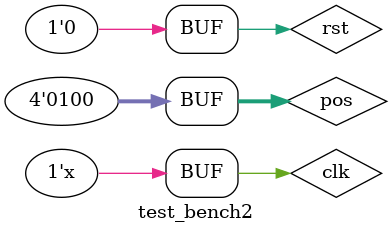
<source format=v>
`timescale 1ns / 1ps


module test_bench2();

reg clk, rst;
reg [3:0]pos;
wire [15:0]show;

always #5 clk = ~clk;
initial 
begin
    clk <= 0; rst <= 1; pos <= 4'b0100; #8;
    rst = 0;  
end 

write_back wb(.clk(clk), .rst(rst), .pos_show(pos), .show(show));

endmodule

</source>
